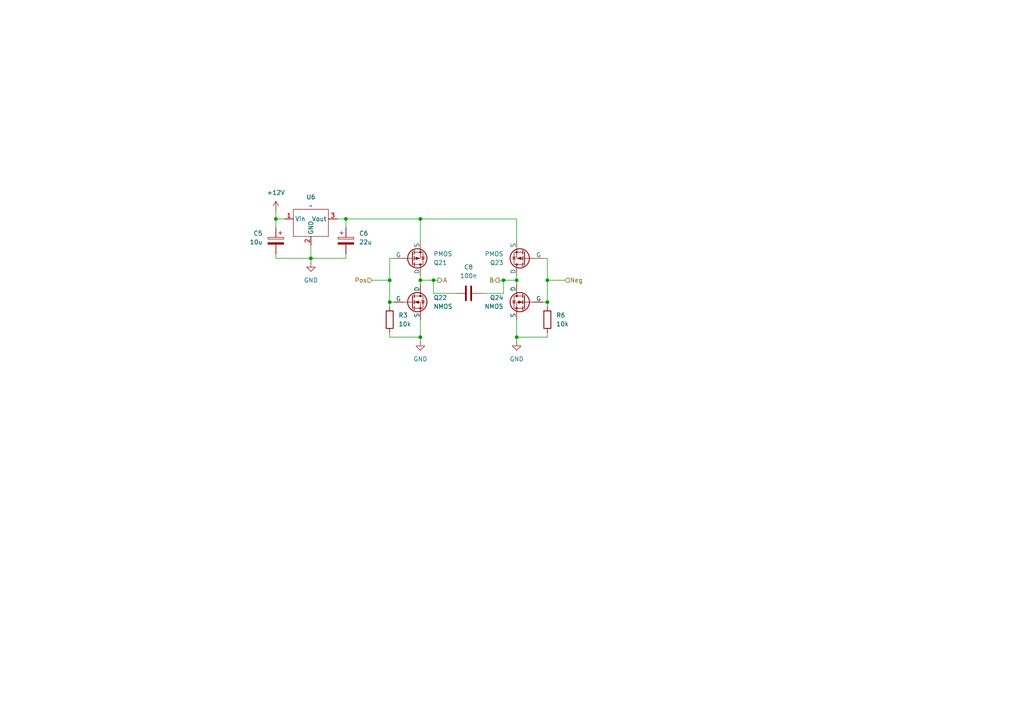
<source format=kicad_sch>
(kicad_sch (version 20231120) (generator "eeschema") (generator_version "8.0")
  (paper "A4")
  (lib_symbols
    (symbol "Device:C" (pin_numbers hide) (pin_names (offset 0.254))
      (property "Reference" "C" (at 0.635 2.54 0))
      (property "Value" "C" (at 0.635 -2.54 0))
      (symbol "C_0_1"
        (polyline (pts (xy -2.032 -0.762) (xy 2.032 -0.762)) (stroke (width 0.508)))
        (polyline (pts (xy -2.032 0.762) (xy 2.032 0.762)) (stroke (width 0.508)))
      )
      (symbol "C_1_1"
        (pin passive line (at 0 3.81 270) (length 2.794) (name "~") (number "1"))
        (pin passive line (at 0 -3.81 90) (length 2.794) (name "~") (number "2"))
      )
    )
    (symbol "Device:C_Polarized" (pin_numbers hide) (pin_names (offset 0.254))
      (property "Reference" "C" (at 0.635 2.54 0))
      (property "Value" "C_Polarized" (at 0.635 -2.54 0))
      (symbol "C_Polarized_0_1"
        (rectangle (start -2.286 0.508) (end 2.286 1.016))
        (polyline (pts (xy -1.778 2.286) (xy -0.762 2.286)))
        (polyline (pts (xy -1.27 2.794) (xy -1.27 1.778)))
        (rectangle (start 2.286 -0.508) (end -2.286 -1.016) (fill (type outline)))
      )
      (symbol "C_Polarized_1_1"
        (pin passive line (at 0 3.81 270) (length 2.794) (name "~") (number "1"))
        (pin passive line (at 0 -3.81 90) (length 2.794) (name "~") (number "2"))
      )
    )
    (symbol "Device:R" (pin_numbers hide) (pin_names (offset 0))
      (property "Reference" "R" (at 2.032 0 90))
      (property "Value" "R" (at 0 0 90))
      (symbol "R_0_1"
        (rectangle (start -1.016 -2.54) (end 1.016 2.54) (stroke (width 0.254)))
      )
      (symbol "R_1_1"
        (pin passive line (at 0 3.81 270) (length 1.27) (name "~") (number "1"))
        (pin passive line (at 0 -3.81 90) (length 1.27) (name "~") (number "2"))
      )
    )
    (symbol "Mean_Well:N7815-1C"
      (property "Reference" "U" (at 12.192 -6.35 0))
      (symbol "N7815-1C_0_0"
        (pin power_in line (at 0 0 0) (length 2.54) (name "Vin") (number "1"))
        (pin power_in line (at 7.62 -7.62 90) (length 2.54) (name "GND") (number "2"))
        (pin power_out line (at 15.24 0 180) (length 2.54) (name "Vout") (number "3"))
      )
      (symbol "N7815-1C_0_1"
        (rectangle (start 2.54 2.794) (end 12.7 -5.08))
      )
    )
    (symbol "Simulation_SPICE:NMOS" (pin_numbers hide) (pin_names (offset 0))
      (property "Reference" "Q" (at 5.08 1.27 0))
      (property "Value" "NMOS" (at 5.08 -1.27 0))
      (symbol "NMOS_0_1"
        (polyline (pts (xy 0.254 0) (xy -2.54 0)))
        (polyline (pts (xy 0.254 1.905) (xy 0.254 -1.905)) (stroke (width 0.254)))
        (polyline (pts (xy 0.762 -1.27) (xy 0.762 -2.286)) (stroke (width 0.254)))
        (polyline (pts (xy 0.762 0.508) (xy 0.762 -0.508)) (stroke (width 0.254)))
        (polyline (pts (xy 0.762 2.286) (xy 0.762 1.27)) (stroke (width 0.254)))
        (polyline (pts (xy 2.54 2.54) (xy 2.54 1.778)))
        (polyline (pts (xy 2.54 -2.54) (xy 2.54 0) (xy 0.762 0)))
        (polyline (pts (xy 0.762 -1.778) (xy 3.302 -1.778) (xy 3.302 1.778) (xy 0.762 1.778)))
        (polyline (pts (xy 1.016 0) (xy 2.032 0.381) (xy 2.032 -0.381) (xy 1.016 0)) (fill (type outline)))
        (polyline (pts (xy 2.794 0.508) (xy 2.921 0.381) (xy 3.683 0.381) (xy 3.81 0.254)))
        (polyline (pts (xy 3.302 0.381) (xy 2.921 -0.254) (xy 3.683 -0.254) (xy 3.302 0.381)))
        (circle (center 1.651 0) (radius 2.794) (stroke (width 0.254)))
        (circle (center 2.54 -1.778) (radius 0.254) (fill (type outline)))
        (circle (center 2.54 1.778) (radius 0.254) (fill (type outline)))
      )
      (symbol "NMOS_1_1"
        (pin passive line (at 2.54 5.08 270) (length 2.54) (name "D") (number "1"))
        (pin input line (at -5.08 0 0) (length 2.54) (name "G") (number "2"))
        (pin passive line (at 2.54 -5.08 90) (length 2.54) (name "S") (number "3"))
      )
    )
    (symbol "Simulation_SPICE:PMOS" (pin_numbers hide) (pin_names (offset 0))
      (property "Reference" "Q" (at 5.08 1.27 0))
      (property "Value" "PMOS" (at 5.08 -1.27 0))
      (symbol "PMOS_0_1"
        (polyline (pts (xy 0.254 0) (xy -2.54 0)))
        (polyline (pts (xy 0.254 1.905) (xy 0.254 -1.905)) (stroke (width 0.254)))
        (polyline (pts (xy 0.762 -1.27) (xy 0.762 -2.286)) (stroke (width 0.254)))
        (polyline (pts (xy 0.762 0.508) (xy 0.762 -0.508)) (stroke (width 0.254)))
        (polyline (pts (xy 0.762 2.286) (xy 0.762 1.27)) (stroke (width 0.254)))
        (polyline (pts (xy 2.54 2.54) (xy 2.54 1.778)))
        (polyline (pts (xy 2.54 -2.54) (xy 2.54 0) (xy 0.762 0)))
        (polyline (pts (xy 0.762 1.778) (xy 3.302 1.778) (xy 3.302 -1.778) (xy 0.762 -1.778)))
        (polyline (pts (xy 2.286 0) (xy 1.27 0.381) (xy 1.27 -0.381) (xy 2.286 0)) (fill (type outline)))
        (polyline (pts (xy 2.794 -0.508) (xy 2.921 -0.381) (xy 3.683 -0.381) (xy 3.81 -0.254)))
        (polyline (pts (xy 3.302 -0.381) (xy 2.921 0.254) (xy 3.683 0.254) (xy 3.302 -0.381)))
        (circle (center 1.651 0) (radius 2.794) (stroke (width 0.254)))
        (circle (center 2.54 -1.778) (radius 0.254) (fill (type outline)))
        (circle (center 2.54 1.778) (radius 0.254) (fill (type outline)))
      )
      (symbol "PMOS_1_1"
        (pin passive line (at 2.54 5.08 270) (length 2.54) (name "D") (number "1"))
        (pin input line (at -5.08 0 0) (length 2.54) (name "G") (number "2"))
        (pin passive line (at 2.54 -5.08 90) (length 2.54) (name "S") (number "3"))
      )
    )
    (symbol "power:+5V" (power) (pin_numbers hide) (pin_names (offset 0) hide)
      (property "Value" "+5V" (at 0 3.556 0))
      (symbol "+5V_0_1"
        (polyline (pts (xy -0.762 1.27) (xy 0 2.54)))
        (polyline (pts (xy 0 0) (xy 0 2.54)))
        (polyline (pts (xy 0 2.54) (xy 0.762 1.27)))
      )
      (symbol "+5V_1_1"
        (pin power_in line (at 0 0 90) (length 0) (name "~") (number "1"))
      )
    )
    (symbol "power:GND" (power) (pin_numbers hide) (pin_names (offset 0) hide)
      (property "Value" "GND" (at 0 -3.81 0))
      (symbol "GND_0_1"
        (polyline (pts (xy 0 0) (xy 0 -1.27) (xy 1.27 -1.27) (xy 0 -2.54) (xy -1.27 -1.27) (xy 0 -1.27)))
      )
      (symbol "GND_1_1"
        (pin power_in line (at 0 0 270) (length 0) (name "~") (number "1"))
      )
    )
  )
  (junction (at 121.92 63.5))
  (junction (at 100.33 63.5))
  (junction (at 149.86 81.28))
  (junction (at 121.92 81.28))
  (junction (at 125.73 81.28))
  (junction (at 158.75 81.28))
  (junction (at 146.05 81.28))
  (junction (at 113.03 87.63))
  (junction (at 80.01 63.5))
  (junction (at 149.86 97.79))
  (junction (at 113.03 81.28))
  (junction (at 158.75 87.63))
  (junction (at 121.92 97.79))
  (junction (at 90.17 74.93))
  (wire (pts (xy 149.86 97.79) (xy 149.86 99.06)))
  (wire (pts (xy 113.03 97.79) (xy 121.92 97.79)))
  (wire (pts (xy 80.01 60.96) (xy 80.01 63.5)))
  (wire (pts (xy 149.86 63.5) (xy 149.86 69.85)))
  (wire (pts (xy 158.75 87.63) (xy 158.75 88.9)))
  (wire (pts (xy 158.75 81.28) (xy 158.75 87.63)))
  (wire (pts (xy 121.92 92.71) (xy 121.92 97.79)))
  (wire (pts (xy 121.92 63.5) (xy 149.86 63.5)))
  (wire (pts (xy 113.03 97.79) (xy 113.03 96.52)))
  (wire (pts (xy 146.05 85.09) (xy 146.05 81.28)))
  (wire (pts (xy 139.7 85.09) (xy 146.05 85.09)))
  (wire (pts (xy 149.86 80.01) (xy 149.86 81.28)))
  (wire (pts (xy 163.83 81.28) (xy 158.75 81.28)))
  (wire (pts (xy 80.01 73.66) (xy 80.01 74.93)))
  (wire (pts (xy 127 81.28) (xy 125.73 81.28)))
  (wire (pts (xy 149.86 81.28) (xy 149.86 82.55)))
  (wire (pts (xy 107.95 81.28) (xy 113.03 81.28)))
  (wire (pts (xy 121.92 80.01) (xy 121.92 81.28)))
  (wire (pts (xy 146.05 81.28) (xy 149.86 81.28)))
  (wire (pts (xy 158.75 74.93) (xy 158.75 81.28)))
  (wire (pts (xy 97.79 63.5) (xy 100.33 63.5)))
  (wire (pts (xy 121.92 81.28) (xy 125.73 81.28)))
  (wire (pts (xy 121.92 99.06) (xy 121.92 97.79)))
  (wire (pts (xy 114.3 74.93) (xy 113.03 74.93)))
  (wire (pts (xy 125.73 85.09) (xy 125.73 81.28)))
  (wire (pts (xy 158.75 87.63) (xy 157.48 87.63)))
  (wire (pts (xy 80.01 63.5) (xy 80.01 66.04)))
  (wire (pts (xy 100.33 74.93) (xy 90.17 74.93)))
  (wire (pts (xy 80.01 63.5) (xy 82.55 63.5)))
  (wire (pts (xy 100.33 63.5) (xy 100.33 66.04)))
  (wire (pts (xy 100.33 73.66) (xy 100.33 74.93)))
  (wire (pts (xy 113.03 81.28) (xy 113.03 87.63)))
  (wire (pts (xy 113.03 87.63) (xy 114.3 87.63)))
  (wire (pts (xy 100.33 63.5) (xy 121.92 63.5)))
  (wire (pts (xy 121.92 63.5) (xy 121.92 69.85)))
  (wire (pts (xy 132.08 85.09) (xy 125.73 85.09)))
  (wire (pts (xy 158.75 97.79) (xy 158.75 96.52)))
  (wire (pts (xy 90.17 71.12) (xy 90.17 74.93)))
  (wire (pts (xy 113.03 87.63) (xy 113.03 88.9)))
  (wire (pts (xy 146.05 81.28) (xy 144.78 81.28)))
  (wire (pts (xy 149.86 97.79) (xy 158.75 97.79)))
  (wire (pts (xy 149.86 92.71) (xy 149.86 97.79)))
  (wire (pts (xy 113.03 74.93) (xy 113.03 81.28)))
  (wire (pts (xy 90.17 74.93) (xy 90.17 76.2)))
  (wire (pts (xy 121.92 81.28) (xy 121.92 82.55)))
  (wire (pts (xy 157.48 74.93) (xy 158.75 74.93)))
  (wire (pts (xy 80.01 74.93) (xy 90.17 74.93)))
  (hierarchical_label "Pos" (shape input) (at 107.95 81.28 180))
  (hierarchical_label "A" (shape output) (at 127 81.28 0))
  (hierarchical_label "B" (shape output) (at 144.78 81.28 180))
  (hierarchical_label "Neg" (shape input) (at 163.83 81.28 0))
  (symbol (lib_id "Simulation_SPICE:NMOS") (at 152.4 87.63 0) (mirror y) (unit 1)
    (property "Reference" "Q16" (at 146.05 86.3599 0) (effects (justify left)))
    (property "Value" "NMOS" (at 146.05 88.8999 0) (effects (justify left)))
    (property "Datasheet" "https://ngspice.sourceforge.io/docs/ngspice-html-manual/manual.xhtml#cha_MOSFETs" (effects (hide yes)))
    (property "Description" "N-MOSFET transistor, drain/source/gate" (effects (hide yes)))
    (property "Sim.Device" "NMOS" (effects (hide yes)))
    (property "Sim.Type" "VDMOS" (effects (hide yes)))
    (property "Sim.Pins" "1=D 2=G 3=S" (effects (hide yes)))
    (instances (project "Wellhofer Controller" (path "" (reference "Q24") (unit 1)) (path "" (reference "Q20") (unit 1)) (path "" (reference "Q16") (unit 1))))
  )
  (symbol (lib_id "Device:C_Polarized") (at 80.01 69.85 0) (mirror y) (unit 1)
    (property "Reference" "C2" (at 76.2 67.6909 0) (effects (justify left)))
    (property "Value" "10u" (at 76.2 70.2309 0) (effects (justify left)))
    (property "Description" "Polarized capacitor" (effects (hide yes)))
    (instances (project "Wellhofer Controller" (path "" (reference "C5") (unit 1)) (path "" (reference "C3") (unit 1)) (path "" (reference "C2") (unit 1))))
  )
  (symbol (lib_id "power:GND") (at 149.86 99.06 0) (mirror y) (unit 1)
    (property "Reference" "#PWR019" (effects (hide yes)))
    (property "Value" "GND" (at 149.86 104.14 0))
    (property "Description" "Power symbol creates a global label with name \"GND\" , ground" (effects (hide yes)))
    (instances (project "Wellhofer Controller" (path "" (reference "#PWR027") (unit 1)) (path "" (reference "#PWR023") (unit 1)) (path "" (reference "#PWR019") (unit 1))))
  )
  (symbol (lib_id "Device:C") (at 135.89 85.09 90) (unit 1)
    (property "Reference" "C1" (at 135.89 77.47 90))
    (property "Value" "100n" (at 135.89 80.01 90))
    (property "Description" "Unpolarized capacitor" (effects (hide yes)))
    (instances (project "" (path "" (reference "C8") (unit 1)) (path "" (reference "C7") (unit 1)) (path "" (reference "C1") (unit 1))))
  )
  (symbol (lib_id "Device:C_Polarized") (at 100.33 69.85 0) (unit 1)
    (property "Reference" "C22" (at 104.14 67.6909 0) (effects (justify left)))
    (property "Value" "22u" (at 104.14 70.2309 0) (effects (justify left)))
    (property "Description" "Polarized capacitor" (effects (hide yes)))
    (instances (project "Wellhofer Controller" (path "" (reference "C6") (unit 1)) (path "" (reference "C22") (unit 1)) (path "" (reference "C4") (unit 1))))
  )
  (symbol (lib_id "Simulation_SPICE:PMOS") (at 152.4 74.93 180) (unit 1)
    (property "Reference" "Q15" (at 146.05 76.2001 0) (effects (justify left)))
    (property "Value" "PMOS" (at 146.05 73.6601 0) (effects (justify left)))
    (property "Datasheet" "https://ngspice.sourceforge.io/docs/ngspice-html-manual/manual.xhtml#cha_MOSFETs" (effects (hide yes)))
    (property "Description" "P-MOSFET transistor, drain/source/gate" (effects (hide yes)))
    (property "Sim.Device" "PMOS" (effects (hide yes)))
    (property "Sim.Type" "VDMOS" (effects (hide yes)))
    (property "Sim.Pins" "1=D 2=G 3=S" (effects (hide yes)))
    (instances (project "Wellhofer Controller" (path "" (reference "Q23") (unit 1)) (path "" (reference "Q19") (unit 1)) (path "" (reference "Q15") (unit 1))))
  )
  (symbol (lib_id "Mean_Well:N7815-1C") (at 82.55 63.5 0) (unit 1)
    (property "Reference" "U4" (at 90.17 57.15 0))
    (property "Value" "~" (at 90.17 59.69 0))
    (property "Footprint" "Mean_Well:N7815-1C" (effects (hide yes)))
    (instances (project "Wellhofer Controller" (path "" (reference "U6") (unit 1)) (path "" (reference "U5") (unit 1)) (path "" (reference "U4") (unit 1))))
  )
  (symbol (lib_id "Simulation_SPICE:PMOS") (at 119.38 74.93 0) (mirror x) (unit 1)
    (property "Reference" "Q13" (at 125.73 76.2001 0) (effects (justify left)))
    (property "Value" "PMOS" (at 125.73 73.6601 0) (effects (justify left)))
    (property "Datasheet" "https://ngspice.sourceforge.io/docs/ngspice-html-manual/manual.xhtml#cha_MOSFETs" (effects (hide yes)))
    (property "Description" "P-MOSFET transistor, drain/source/gate" (effects (hide yes)))
    (property "Sim.Device" "PMOS" (effects (hide yes)))
    (property "Sim.Type" "VDMOS" (effects (hide yes)))
    (property "Sim.Pins" "1=D 2=G 3=S" (effects (hide yes)))
    (instances (project "Wellhofer Controller" (path "" (reference "Q21") (unit 1)) (path "" (reference "Q17") (unit 1)) (path "" (reference "Q13") (unit 1))))
  )
  (symbol (lib_id "power:GND") (at 121.92 99.06 0) (unit 1)
    (property "Reference" "#PWR018" (effects (hide yes)))
    (property "Value" "GND" (at 121.92 104.14 0))
    (property "Description" "Power symbol creates a global label with name \"GND\" , ground" (effects (hide yes)))
    (instances (project "Wellhofer Controller" (path "" (reference "#PWR026") (unit 1)) (path "" (reference "#PWR022") (unit 1)) (path "" (reference "#PWR018") (unit 1))))
  )
  (symbol (lib_id "power:GND") (at 90.17 76.2 0) (unit 1)
    (property "Reference" "#PWR013" (effects (hide yes)))
    (property "Value" "GND" (at 90.17 81.28 0))
    (property "Description" "Power symbol creates a global label with name \"GND\" , ground" (effects (hide yes)))
    (instances (project "Wellhofer Controller" (path "" (reference "#PWR025") (unit 1)) (path "" (reference "#PWR021") (unit 1)) (path "" (reference "#PWR013") (unit 1))))
  )
  (symbol (lib_id "power:+5V") (at 80.01 60.96 0) (unit 1)
    (property "Reference" "#PWR011" (effects (hide yes)))
    (property "Value" "+12V" (at 80.01 55.88 0))
    (property "Description" "Power symbol creates a global label with name \"+5V\"" (effects (hide yes)))
    (instances (project "Wellhofer Controller" (path "" (reference "#PWR024") (unit 1)) (path "" (reference "#PWR020") (unit 1)) (path "" (reference "#PWR011") (unit 1))))
  )
  (symbol (lib_id "Device:R") (at 113.03 92.71 0) (unit 1)
    (property "Reference" "R1" (at 115.57 91.4399 0) (effects (justify left)))
    (property "Value" "10k" (at 115.57 93.9799 0) (effects (justify left)))
    (property "Description" "Resistor" (effects (hide yes)))
    (instances (project "" (path "" (reference "R3") (unit 1)) (path "" (reference "R2") (unit 1)) (path "" (reference "R1") (unit 1))))
  )
  (symbol (lib_id "Simulation_SPICE:NMOS") (at 119.38 87.63 0) (unit 1)
    (property "Reference" "Q14" (at 125.73 86.3599 0) (effects (justify left)))
    (property "Value" "NMOS" (at 125.73 88.8999 0) (effects (justify left)))
    (property "Datasheet" "https://ngspice.sourceforge.io/docs/ngspice-html-manual/manual.xhtml#cha_MOSFETs" (effects (hide yes)))
    (property "Description" "N-MOSFET transistor, drain/source/gate" (effects (hide yes)))
    (property "Sim.Device" "NMOS" (effects (hide yes)))
    (property "Sim.Type" "VDMOS" (effects (hide yes)))
    (property "Sim.Pins" "1=D 2=G 3=S" (effects (hide yes)))
    (instances (project "Wellhofer Controller" (path "" (reference "Q22") (unit 1)) (path "" (reference "Q18") (unit 1)) (path "" (reference "Q14") (unit 1))))
  )
  (symbol (lib_id "Device:R") (at 158.75 92.71 0) (unit 1)
    (property "Reference" "R4" (at 161.29 91.4399 0) (effects (justify left)))
    (property "Value" "10k" (at 161.29 93.9799 0) (effects (justify left)))
    (property "Description" "Resistor" (effects (hide yes)))
    (instances (project "Wellhofer Controller" (path "" (reference "R6") (unit 1)) (path "" (reference "R5") (unit 1)) (path "" (reference "R4") (unit 1))))
  )
)
</source>
